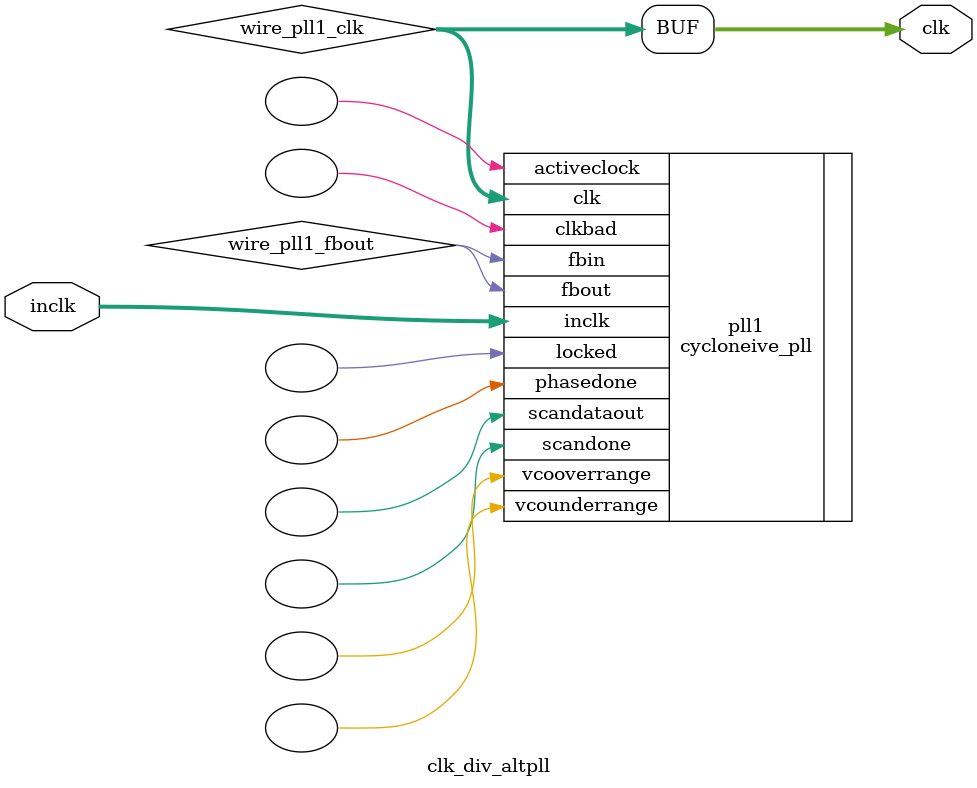
<source format=v>






//synthesis_resources = cycloneive_pll 1 
//synopsys translate_off
`timescale 1 ps / 1 ps
//synopsys translate_on
module  clk_div_altpll
	( 
	clk,
	inclk) /* synthesis synthesis_clearbox=1 */;
	output   [4:0]  clk;
	input   [1:0]  inclk;
`ifndef ALTERA_RESERVED_QIS
// synopsys translate_off
`endif
	tri0   [1:0]  inclk;
`ifndef ALTERA_RESERVED_QIS
// synopsys translate_on
`endif

	wire  [4:0]   wire_pll1_clk;
	wire  wire_pll1_fbout;

	cycloneive_pll   pll1
	( 
	.activeclock(),
	.clk(wire_pll1_clk),
	.clkbad(),
	.fbin(wire_pll1_fbout),
	.fbout(wire_pll1_fbout),
	.inclk(inclk),
	.locked(),
	.phasedone(),
	.scandataout(),
	.scandone(),
	.vcooverrange(),
	.vcounderrange()
	`ifndef FORMAL_VERIFICATION
	// synopsys translate_off
	`endif
	,
	.areset(1'b0),
	.clkswitch(1'b0),
	.configupdate(1'b0),
	.pfdena(1'b1),
	.phasecounterselect({3{1'b0}}),
	.phasestep(1'b0),
	.phaseupdown(1'b0),
	.scanclk(1'b0),
	.scanclkena(1'b1),
	.scandata(1'b0)
	`ifndef FORMAL_VERIFICATION
	// synopsys translate_on
	`endif
	);
	defparam
		pll1.bandwidth_type = "auto",
		pll1.clk0_divide_by = 50,
		pll1.clk0_duty_cycle = 50,
		pll1.clk0_multiply_by = 1,
		pll1.clk0_phase_shift = "0",
		pll1.compensate_clock = "clk0",
		pll1.inclk0_input_frequency = 20000,
		pll1.operation_mode = "normal",
		pll1.pll_type = "auto",
		pll1.lpm_type = "cycloneive_pll";
	assign
		clk = {wire_pll1_clk[4:0]};
endmodule //clk_div_altpll
//VALID FILE

</source>
